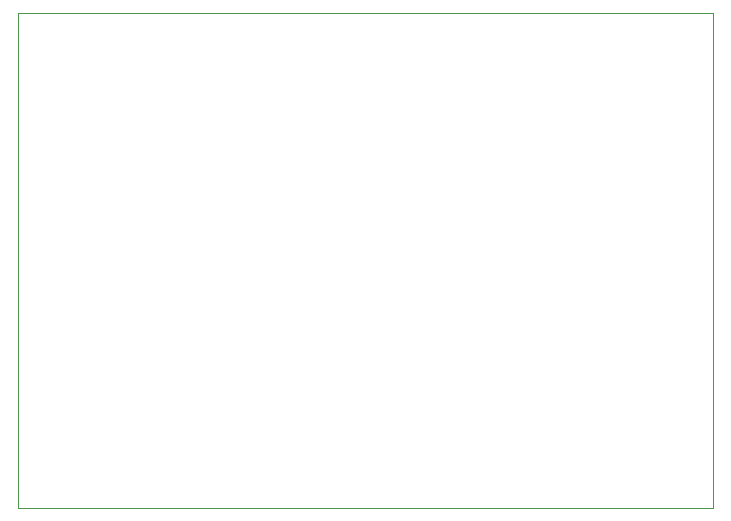
<source format=gbr>
%TF.GenerationSoftware,KiCad,Pcbnew,(5.1.8)-1*%
%TF.CreationDate,2021-01-15T16:44:42+01:00*%
%TF.ProjectId,Ka-band-Mixer,4b612d62-616e-4642-9d4d-697865722e6b,rev?*%
%TF.SameCoordinates,Original*%
%TF.FileFunction,Profile,NP*%
%FSLAX46Y46*%
G04 Gerber Fmt 4.6, Leading zero omitted, Abs format (unit mm)*
G04 Created by KiCad (PCBNEW (5.1.8)-1) date 2021-01-15 16:44:42*
%MOMM*%
%LPD*%
G01*
G04 APERTURE LIST*
%TA.AperFunction,Profile*%
%ADD10C,0.100000*%
%TD*%
G04 APERTURE END LIST*
D10*
X148130000Y-121850000D02*
X89250000Y-121850000D01*
X89250000Y-121850000D02*
X89250000Y-79940000D01*
X89250000Y-79940000D02*
X148130000Y-79940000D01*
X148130000Y-79940000D02*
X148130000Y-121850000D01*
M02*

</source>
